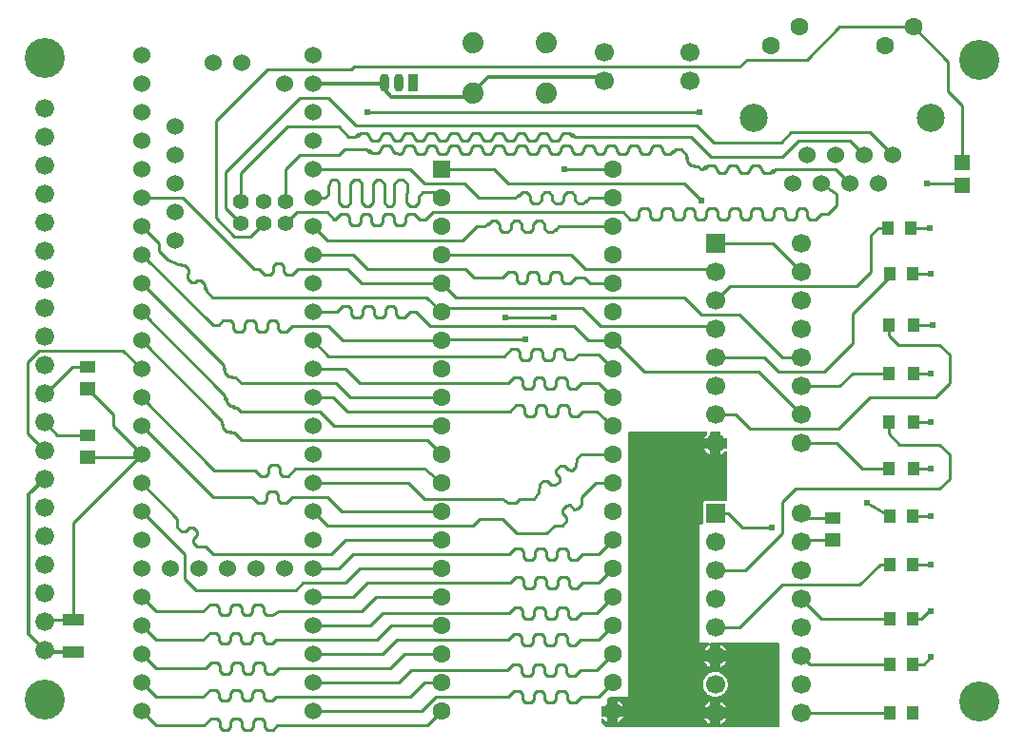
<source format=gtl>
G04 Layer: TopLayer*
G04 EasyEDA v6.5.40, 2024-02-01 00:24:09*
G04 faf3267638cc42b38ab6b6bb7f3975a6,cb1d8df9e4d043698efa6217e4288dd5,10*
G04 Gerber Generator version 0.2*
G04 Scale: 100 percent, Rotated: No, Reflected: No *
G04 Dimensions in millimeters *
G04 leading zeros omitted , absolute positions ,4 integer and 5 decimal *
%FSLAX45Y45*%
%MOMM*%

%AMMACRO1*21,1,$1,$2,0,0,$3*%
%ADD10C,0.2540*%
%ADD11C,0.2500*%
%ADD12C,0.3000*%
%ADD13MACRO1,1.377X1.1325X0.0000*%
%ADD14R,1.3770X1.1325*%
%ADD15MACRO1,1.35X1.41X0.0000*%
%ADD16R,1.3500X1.4100*%
%ADD17R,1.0000X1.2500*%
%ADD18R,1.8699X1.0300*%
%ADD19MACRO1,1.1X1.25X0.0000*%
%ADD20C,1.6764*%
%ADD21C,3.5560*%
%ADD22C,1.6002*%
%ADD23R,1.6002X1.6002*%
%ADD24C,1.6000*%
%ADD25C,1.5240*%
%ADD26C,2.5000*%
%ADD27C,1.7000*%
%ADD28O,0.8999982X1.5999968*%
%ADD29R,0.9000X1.6000*%
%ADD30R,1.7000X1.7000*%
%ADD31C,1.8796*%
%ADD32C,1.4000*%
%ADD33C,0.6100*%
%ADD34C,0.6500*%
%ADD35C,0.6200*%
%ADD36C,0.0166*%

%LPD*%
G36*
X5782716Y10617200D02*
G01*
X5778804Y10617962D01*
X5775502Y10620197D01*
X5743397Y10652302D01*
X5741162Y10655604D01*
X5740400Y10659516D01*
X5740400Y10685475D01*
X5741212Y10689488D01*
X5743549Y10692841D01*
X5747004Y10695025D01*
X5751017Y10695635D01*
X5754928Y10694670D01*
X5758180Y10692180D01*
X5767120Y10682020D01*
X5777534Y10672876D01*
X5789066Y10665206D01*
X5795670Y10661954D01*
X5795670Y10710519D01*
X5750560Y10710519D01*
X5746648Y10711332D01*
X5743397Y10713516D01*
X5741162Y10716818D01*
X5740400Y10720679D01*
X5740400Y10793069D01*
X5741162Y10796981D01*
X5743397Y10800283D01*
X5746648Y10802467D01*
X5750560Y10803229D01*
X5795670Y10803229D01*
X5795670Y10858754D01*
X5796432Y10862614D01*
X5798616Y10865916D01*
X5813602Y10880902D01*
X5816904Y10883138D01*
X5820816Y10883900D01*
X5980684Y10883900D01*
X5981700Y10884916D01*
X5981700Y13235940D01*
X5982462Y13239851D01*
X5984697Y13243102D01*
X5987948Y13245338D01*
X5991860Y13246100D01*
X6677355Y13246100D01*
X6681419Y13245236D01*
X6684772Y13242848D01*
X6686905Y13239292D01*
X6687464Y13235178D01*
X6686346Y13231215D01*
X6683654Y13228015D01*
X6681825Y13226542D01*
X6671970Y13216331D01*
X6663436Y13204951D01*
X6656882Y13193318D01*
X6707530Y13193318D01*
X6707530Y13235940D01*
X6708292Y13239851D01*
X6710527Y13243102D01*
X6713829Y13245338D01*
X6717690Y13246100D01*
X6795058Y13246100D01*
X6798970Y13245338D01*
X6802272Y13243102D01*
X6804456Y13239851D01*
X6805218Y13235940D01*
X6805218Y13193318D01*
X6847840Y13193318D01*
X6851751Y13192506D01*
X6855002Y13190321D01*
X6857238Y13187019D01*
X6858000Y13183158D01*
X6858000Y13105739D01*
X6857238Y13101878D01*
X6855002Y13098576D01*
X6851751Y13096392D01*
X6847840Y13095579D01*
X6805218Y13095579D01*
X6805218Y13045135D01*
X6813854Y13049605D01*
X6825538Y13057733D01*
X6836054Y13067284D01*
X6840118Y13072059D01*
X6843318Y13074599D01*
X6847281Y13075615D01*
X6851345Y13075005D01*
X6854850Y13072871D01*
X6857187Y13069519D01*
X6858000Y13065506D01*
X6858000Y12642494D01*
X6857136Y12638328D01*
X6854596Y12634925D01*
X6850938Y12632791D01*
X6846722Y12632385D01*
X6840829Y12633045D01*
X6671970Y12633045D01*
X6665620Y12632334D01*
X6660184Y12630454D01*
X6655257Y12627356D01*
X6651193Y12623241D01*
X6648094Y12618364D01*
X6646214Y12612878D01*
X6645503Y12606578D01*
X6645503Y12437719D01*
X6646164Y12431877D01*
X6645706Y12427661D01*
X6643624Y12424003D01*
X6640169Y12421463D01*
X6636054Y12420600D01*
X6617716Y12420600D01*
X6616700Y12419584D01*
X6616700Y11367516D01*
X6617716Y11366500D01*
X6695186Y11366500D01*
X6699453Y11365585D01*
X6702958Y11362944D01*
X6704990Y11359083D01*
X6705244Y11354714D01*
X6703618Y11350650D01*
X6700469Y11347653D01*
X6692950Y11343081D01*
X6681825Y11334242D01*
X6671970Y11324031D01*
X6663436Y11312652D01*
X6656882Y11301018D01*
X6707530Y11301018D01*
X6707530Y11356340D01*
X6708292Y11360251D01*
X6710527Y11363502D01*
X6713829Y11365738D01*
X6717690Y11366500D01*
X6795058Y11366500D01*
X6798970Y11365738D01*
X6802272Y11363502D01*
X6804456Y11360251D01*
X6805218Y11356340D01*
X6805218Y11301018D01*
X6855714Y11301018D01*
X6853021Y11306556D01*
X6845249Y11318494D01*
X6836054Y11329314D01*
X6825538Y11338864D01*
X6813854Y11346992D01*
X6809790Y11350244D01*
X6807911Y11354308D01*
X6808012Y11358778D01*
X6809994Y11362740D01*
X6813550Y11365534D01*
X6817868Y11366500D01*
X7317740Y11366500D01*
X7321651Y11365738D01*
X7324902Y11363502D01*
X7327138Y11360251D01*
X7327900Y11356340D01*
X7327900Y10627360D01*
X7327138Y10623448D01*
X7324902Y10620197D01*
X7321651Y10617962D01*
X7317740Y10617200D01*
G37*

%LPC*%
G36*
X6707530Y10644733D02*
G01*
X6707530Y10695279D01*
X6656882Y10695279D01*
X6663436Y10683646D01*
X6671970Y10672267D01*
X6681825Y10662056D01*
X6692950Y10653217D01*
X6705092Y10645851D01*
G37*
G36*
X6805218Y10644835D02*
G01*
X6813854Y10649305D01*
X6825538Y10657433D01*
X6836054Y10666984D01*
X6845249Y10677804D01*
X6853021Y10689742D01*
X6855714Y10695279D01*
X6805218Y10695279D01*
G37*
G36*
X5888380Y10661954D02*
G01*
X5894933Y10665206D01*
X5906465Y10672876D01*
X5916879Y10682020D01*
X5926023Y10692434D01*
X5933694Y10703966D01*
X5936945Y10710519D01*
X5888380Y10710519D01*
G37*
G36*
X6805218Y10793018D02*
G01*
X6855714Y10793018D01*
X6853021Y10798556D01*
X6845249Y10810494D01*
X6836054Y10821314D01*
X6825538Y10830864D01*
X6813854Y10838992D01*
X6805218Y10843463D01*
G37*
G36*
X6656882Y10793018D02*
G01*
X6707530Y10793018D01*
X6707530Y10843564D01*
X6705092Y10842447D01*
X6692950Y10835081D01*
X6681825Y10826242D01*
X6671970Y10816031D01*
X6663436Y10804652D01*
G37*
G36*
X5888380Y10803229D02*
G01*
X5936945Y10803229D01*
X5933694Y10809833D01*
X5926023Y10821365D01*
X5916879Y10831779D01*
X5906465Y10840923D01*
X5894933Y10848594D01*
X5888380Y10851845D01*
G37*
G36*
X6759956Y10887303D02*
G01*
X6774078Y10888675D01*
X6787946Y10891824D01*
X6801256Y10896752D01*
X6813854Y10903305D01*
X6825538Y10911433D01*
X6836054Y10920984D01*
X6845249Y10931804D01*
X6853021Y10943742D01*
X6859168Y10956544D01*
X6863638Y10970006D01*
X6866381Y10983976D01*
X6867296Y10998149D01*
X6866381Y11012322D01*
X6863638Y11026292D01*
X6859168Y11039754D01*
X6853021Y11052556D01*
X6845249Y11064494D01*
X6836054Y11075314D01*
X6825538Y11084864D01*
X6813854Y11092992D01*
X6801256Y11099546D01*
X6787946Y11104473D01*
X6774078Y11107623D01*
X6759956Y11108994D01*
X6745731Y11108537D01*
X6731711Y11106251D01*
X6718096Y11102187D01*
X6705092Y11096447D01*
X6692950Y11089081D01*
X6681825Y11080242D01*
X6671970Y11070031D01*
X6663436Y11058652D01*
X6656476Y11046256D01*
X6651142Y11033099D01*
X6647535Y11019332D01*
X6645757Y11005261D01*
X6645757Y10991037D01*
X6647535Y10976965D01*
X6651142Y10963198D01*
X6656476Y10950041D01*
X6663436Y10937646D01*
X6671970Y10926267D01*
X6681825Y10916056D01*
X6692950Y10907217D01*
X6705092Y10899851D01*
X6718096Y10894060D01*
X6731711Y10890046D01*
X6745731Y10887760D01*
G37*
G36*
X6707530Y11152733D02*
G01*
X6707530Y11203279D01*
X6656882Y11203279D01*
X6663436Y11191646D01*
X6671970Y11180267D01*
X6681825Y11170056D01*
X6692950Y11161217D01*
X6705092Y11153851D01*
G37*
G36*
X6805218Y11152835D02*
G01*
X6813854Y11157305D01*
X6825538Y11165433D01*
X6836054Y11174984D01*
X6845249Y11185804D01*
X6853021Y11197742D01*
X6855714Y11203279D01*
X6805218Y11203279D01*
G37*
G36*
X6707530Y13045033D02*
G01*
X6707530Y13095579D01*
X6656882Y13095579D01*
X6663436Y13083946D01*
X6671970Y13072567D01*
X6681825Y13062356D01*
X6692950Y13053517D01*
X6705092Y13046151D01*
G37*

%LPD*%
D10*
X8636000Y15455900D02*
G01*
X8942400Y15455900D01*
X8953500Y15444800D01*
X2735072Y15101824D02*
G01*
X2619756Y14986507D01*
X2475991Y14986507D01*
X2311400Y15151100D01*
X2311400Y16014700D01*
X2768600Y16471900D01*
X3517900Y16471900D01*
X3543300Y16497300D01*
X6972300Y16497300D01*
X7035800Y16560800D01*
X7569200Y16560800D01*
X7861300Y16852900D01*
X8519159Y16852900D01*
D11*
X6629400Y15303500D02*
G01*
X6477000Y15455900D01*
X4912108Y15455900D01*
X4785108Y15582900D01*
X4318000Y15582900D01*
D10*
X2534920Y15301976D02*
G01*
X2534920Y15552420D01*
X2946400Y15963900D01*
X3403600Y15963900D01*
X3492500Y15875000D01*
X3552443Y15875000D01*
X3577843Y15900400D01*
X3577843Y15884652D01*
X3603243Y15910052D01*
X3652520Y15910052D01*
X3677920Y15884652D01*
X3677920Y15865347D01*
X3703320Y15839947D01*
X3752595Y15839947D01*
X3777995Y15865347D01*
X3777995Y15884652D01*
X3803395Y15910052D01*
X3852418Y15910052D01*
X3877818Y15884652D01*
X3877818Y15865347D01*
X3903218Y15839947D01*
X3952493Y15839947D01*
X3977893Y15865347D01*
X3977893Y15884652D01*
X4003293Y15910052D01*
X4052570Y15910052D01*
X4077970Y15884652D01*
X4077970Y15865347D01*
X4103370Y15839947D01*
X4152645Y15839947D01*
X4178045Y15865347D01*
X4178045Y15884652D01*
X4203445Y15910052D01*
X4252468Y15910052D01*
X4277868Y15884652D01*
X4277868Y15865347D01*
X4303268Y15839947D01*
X4352543Y15839947D01*
X4377943Y15865347D01*
X4377943Y15884652D01*
X4403343Y15910052D01*
X4452620Y15910052D01*
X4478020Y15884652D01*
X4478020Y15865347D01*
X4503420Y15839947D01*
X4552441Y15839947D01*
X4577841Y15865347D01*
X4577841Y15884652D01*
X4603241Y15910052D01*
X4652518Y15910052D01*
X4677918Y15884652D01*
X4677918Y15865347D01*
X4703318Y15839947D01*
X4752593Y15839947D01*
X4777993Y15865347D01*
X4777993Y15884652D01*
X4803393Y15910052D01*
X4852415Y15910052D01*
X4877815Y15884652D01*
X4877815Y15865347D01*
X4903215Y15839947D01*
X4952491Y15839947D01*
X4977891Y15865347D01*
X4977891Y15884652D01*
X5003291Y15910052D01*
X5052568Y15910052D01*
X5077968Y15884652D01*
X5077968Y15865347D01*
X5103368Y15839947D01*
X5152643Y15839947D01*
X5178043Y15865347D01*
X5178043Y15884652D01*
X5203443Y15910052D01*
X5252465Y15910052D01*
X5277865Y15884652D01*
X5277865Y15865347D01*
X5303265Y15839947D01*
X5352541Y15839947D01*
X5377941Y15865347D01*
X5377941Y15884652D01*
X5403341Y15910052D01*
X5452618Y15910052D01*
X5478018Y15884652D01*
X5478018Y15900400D01*
X5503418Y15875000D01*
X6540500Y15875000D01*
X6718300Y15697200D01*
X7353300Y15697200D01*
X7493000Y15836900D01*
X7950200Y15836900D01*
X8077200Y15709900D01*
X2534920Y15101824D02*
G01*
X2400300Y15236444D01*
X2400300Y15557500D01*
X3060700Y16217900D01*
X3314700Y16217900D01*
X3556000Y15976600D01*
X6591300Y15976600D01*
X6743700Y15824200D01*
X7340600Y15824200D01*
X7429500Y15913100D01*
X8128000Y15913100D01*
X8331200Y15709900D01*
D12*
X4602759Y16271900D02*
G01*
X4734636Y16403777D01*
X5732322Y16403777D01*
X5765800Y16370300D01*
X3810000Y16344900D02*
G01*
X3810000Y16294100D01*
X3872738Y16231362D01*
X4562347Y16231362D01*
X4602734Y16272002D01*
D10*
X3657600Y16090900D02*
G01*
X6616700Y16090900D01*
X4318000Y14058900D02*
G01*
X4330700Y14071600D01*
X5067300Y14071600D01*
X6756400Y14160500D02*
G01*
X6727697Y14189202D01*
X5737097Y14189202D01*
X5575300Y14351000D01*
X4318000Y14351000D01*
X4318000Y14312900D01*
X4889500Y14262100D02*
G01*
X5321300Y14262100D01*
D12*
X787400Y12827000D02*
G01*
X647700Y12687300D01*
X647700Y11442700D01*
X787400Y11303000D01*
D10*
X1041400Y11572011D02*
G01*
X792025Y11572011D01*
X787400Y11567386D01*
X7518400Y12268149D02*
G01*
X7532750Y12282500D01*
X7797800Y12282500D01*
X7518400Y12522149D02*
G01*
X7558049Y12482499D01*
X7797800Y12482499D01*
X6756400Y12014200D02*
G01*
X7023100Y12014200D01*
X7353300Y12344400D01*
X7353300Y12623800D01*
X7467600Y12738100D01*
X8750300Y12738100D01*
X8839200Y12827000D01*
X8839200Y13042900D01*
X8750300Y13131800D01*
X8394700Y13131800D01*
X8297418Y13229081D01*
X8297418Y13335000D01*
X6756400Y13906500D02*
G01*
X7188200Y13906500D01*
X7315200Y13779500D01*
X7721600Y13779500D01*
X7975600Y14033500D01*
X7975600Y14300200D01*
X8305800Y14630400D01*
X8305800Y14655800D01*
D11*
X4318000Y12788900D02*
G01*
X4165600Y12915900D01*
X3020568Y12915900D01*
X2957829Y12853162D01*
X2908554Y12853162D01*
X2883154Y12878562D01*
X2883154Y12927837D01*
X2857754Y12953237D01*
X2808731Y12953237D01*
X2783331Y12927837D01*
X2783331Y12878562D01*
X2757931Y12853162D01*
X2708656Y12853162D01*
X2657856Y12903200D01*
X2298700Y12903200D01*
X1651000Y13550900D01*
D10*
X1651000Y13042900D02*
G01*
X1397000Y13296900D01*
X1397000Y13400024D01*
X1168400Y13628624D01*
X1168400Y13828776D02*
G01*
X1039876Y13828776D01*
X800100Y13589000D01*
X787400Y13589000D01*
X1168400Y13219099D02*
G01*
X903300Y13219099D01*
X787400Y13335000D01*
X8305800Y11582400D02*
G01*
X7696149Y11582400D01*
X7518400Y11760149D01*
X8305800Y10744200D02*
G01*
X7518450Y10744200D01*
X7518400Y10744149D01*
X8305800Y11176000D02*
G01*
X7594549Y11176000D01*
X7518400Y11252149D01*
X8674100Y12915900D02*
G01*
X8595431Y12915900D01*
X8595408Y12915874D01*
X8517483Y12915874D02*
G01*
X8595410Y12915874D01*
X6756400Y11506200D02*
G01*
X6972300Y11506200D01*
X7349997Y11883897D01*
X8041640Y11883897D01*
X8222995Y12065000D01*
X6756400Y13398500D02*
G01*
X6934200Y13398500D01*
X7061200Y13271500D01*
X7848600Y13271500D01*
X8128000Y13550900D01*
X8712200Y13550900D01*
X8839200Y13677900D01*
X8839200Y13931900D01*
X8750300Y14020800D01*
X8382000Y14020800D01*
X8297418Y14105381D01*
X8297418Y14198600D01*
X8305800Y12065000D02*
G01*
X8222894Y12065000D01*
X8509000Y12496800D02*
G01*
X8674100Y12496800D01*
X8509000Y12065000D02*
G01*
X8674100Y12065000D01*
X5410200Y15582900D02*
G01*
X5842000Y15582900D01*
X5842000Y14058900D02*
G01*
X5626100Y14058900D01*
X5499100Y14185900D01*
X4216400Y14185900D01*
X4089400Y14312900D01*
X4044188Y14312900D01*
X3993388Y14262862D01*
X3944111Y14262862D01*
X3918711Y14288262D01*
X3918711Y14337537D01*
X3893311Y14362937D01*
X3844036Y14362937D01*
X3818636Y14337537D01*
X3818636Y14288262D01*
X3793236Y14262862D01*
X3743959Y14262862D01*
X3718559Y14288262D01*
X3718559Y14337537D01*
X3693159Y14362937D01*
X3644138Y14362937D01*
X3618738Y14337537D01*
X3618738Y14288262D01*
X3593338Y14262862D01*
X3544061Y14262862D01*
X3518661Y14288262D01*
X3518661Y14337537D01*
X3493261Y14362937D01*
X3443986Y14362937D01*
X3393186Y14312900D01*
X3175000Y14312900D01*
X7518400Y13398449D02*
G01*
X7137400Y13779449D01*
X6121450Y13779449D01*
X5842000Y14058900D01*
D11*
X3175000Y15328900D02*
G01*
X3280409Y15328900D01*
X3310381Y15358871D01*
X3314700Y15430500D01*
X3340100Y15494000D01*
X3390900Y15494000D01*
X3410458Y15461742D01*
X3410458Y15289021D01*
X3440429Y15258795D01*
X3480308Y15258795D01*
X3505200Y15290800D01*
X3505200Y15455900D01*
X3543300Y15494000D01*
X3581400Y15494000D01*
X3606800Y15455900D01*
X3610356Y15289021D01*
X3640327Y15258795D01*
X3680459Y15258795D01*
X3710431Y15289021D01*
X3708400Y15455900D01*
X3746500Y15494000D01*
X3771900Y15494000D01*
X3810000Y15455900D01*
X3810508Y15289021D01*
X3840479Y15258795D01*
X3880358Y15258795D01*
X3898900Y15290800D01*
X3898900Y15455900D01*
X3937000Y15494000D01*
X3975100Y15494000D01*
X4013200Y15455900D01*
X4010406Y15289021D01*
X4040377Y15258795D01*
X4080509Y15258795D01*
X4114800Y15290800D01*
X4114800Y15341600D01*
X4152900Y15379700D01*
X4241800Y15379700D01*
X4318000Y15328900D01*
D10*
X2934970Y15301976D02*
G01*
X2933700Y15582900D01*
X3060700Y15709900D01*
X3403600Y15709900D01*
X3454400Y15760700D01*
X3656075Y15760700D01*
X3681475Y15735300D01*
X3681475Y15751047D01*
X3706875Y15725647D01*
X3756152Y15725647D01*
X3781552Y15751047D01*
X3781552Y15770097D01*
X3806952Y15795497D01*
X3855974Y15795497D01*
X3881374Y15770097D01*
X3881374Y15751047D01*
X3906774Y15725647D01*
X3956050Y15725394D01*
X3981450Y15750794D01*
X3981450Y15770097D01*
X4006850Y15795497D01*
X4056125Y15795497D01*
X4081525Y15770097D01*
X4081525Y15750794D01*
X4106925Y15725394D01*
X4156202Y15725394D01*
X4181602Y15750794D01*
X4181602Y15770097D01*
X4207002Y15795497D01*
X4256024Y15795497D01*
X4281424Y15770097D01*
X4281424Y15750794D01*
X4306824Y15725394D01*
X4356100Y15725394D01*
X4381500Y15750794D01*
X4381500Y15770097D01*
X4406900Y15795244D01*
X4456175Y15795244D01*
X4481575Y15769844D01*
X4481575Y15750794D01*
X4506975Y15725394D01*
X4555997Y15725394D01*
X4581397Y15750794D01*
X4581397Y15769844D01*
X4606797Y15795244D01*
X4656074Y15795244D01*
X4681474Y15769844D01*
X4681474Y15750794D01*
X4706874Y15725139D01*
X4756150Y15725139D01*
X4781550Y15750539D01*
X4781550Y15769844D01*
X4806950Y15795244D01*
X4856225Y15795244D01*
X4881372Y15769844D01*
X4881372Y15750539D01*
X4906772Y15725139D01*
X4956047Y15725139D01*
X4981447Y15750539D01*
X4981447Y15769844D01*
X5006847Y15795244D01*
X5056124Y15795244D01*
X5081524Y15769844D01*
X5081524Y15750539D01*
X5106924Y15725139D01*
X5156200Y15725139D01*
X5181600Y15750539D01*
X5181600Y15769589D01*
X5207000Y15794989D01*
X5256022Y15794989D01*
X5281422Y15769589D01*
X5281422Y15750539D01*
X5306822Y15725139D01*
X5356097Y15725139D01*
X5381497Y15750539D01*
X5381497Y15769589D01*
X5406897Y15794989D01*
X5456174Y15794989D01*
X5481574Y15769589D01*
X5481574Y15750286D01*
X5506974Y15724886D01*
X5555995Y15724886D01*
X5581395Y15750286D01*
X5581395Y15769589D01*
X5606795Y15794989D01*
X5656072Y15794989D01*
X5681472Y15769589D01*
X5681472Y15750286D01*
X5706872Y15724886D01*
X5756147Y15724886D01*
X5781547Y15750286D01*
X5781547Y15769589D01*
X5806947Y15794989D01*
X5856224Y15794989D01*
X5881370Y15769589D01*
X5881370Y15750286D01*
X5906770Y15724886D01*
X5956045Y15724886D01*
X5981445Y15750286D01*
X5981445Y15769336D01*
X6006845Y15794736D01*
X6056122Y15794736D01*
X6081522Y15769336D01*
X6081522Y15750286D01*
X6106922Y15724886D01*
X6156197Y15724886D01*
X6181597Y15750286D01*
X6181597Y15769336D01*
X6206997Y15794736D01*
X6256020Y15794736D01*
X6281420Y15769336D01*
X6281420Y15750031D01*
X6306820Y15724631D01*
X6356095Y15724631D01*
X6381495Y15750031D01*
X6381495Y15734284D01*
X6406895Y15759684D01*
X6452615Y15759684D01*
X6495288Y15717012D01*
X6495288Y15681197D01*
X6506463Y15692374D01*
X6506463Y15656560D01*
X6541261Y15621507D01*
X6577075Y15621507D01*
X6565900Y15610331D01*
X6601968Y15610331D01*
X6629400Y15582900D01*
X6638797Y15582900D01*
X6664197Y15608300D01*
X6664197Y15592552D01*
X6689597Y15617952D01*
X6738620Y15617952D01*
X6764020Y15592552D01*
X6764020Y15573247D01*
X6789420Y15547847D01*
X6838695Y15547847D01*
X6864095Y15573247D01*
X6864095Y15592552D01*
X6889495Y15617952D01*
X6938772Y15617952D01*
X6964172Y15592552D01*
X6964172Y15573247D01*
X6989572Y15547847D01*
X7038847Y15547847D01*
X7064247Y15573247D01*
X7064247Y15592552D01*
X7089647Y15617952D01*
X7138670Y15617952D01*
X7164070Y15592552D01*
X7164070Y15573247D01*
X7189470Y15547847D01*
X7238745Y15547847D01*
X7264145Y15573247D01*
X7264145Y15557500D01*
X7289545Y15582900D01*
X7823200Y15582900D01*
X7950200Y15455900D01*
D11*
X7696200Y15455900D02*
G01*
X7835900Y15367000D01*
X7835900Y15265400D01*
X7759700Y15189200D01*
X7701788Y15189200D01*
X7650988Y15139162D01*
X7601711Y15139162D01*
X7576311Y15164562D01*
X7576311Y15213837D01*
X7550911Y15239237D01*
X7501636Y15239237D01*
X7476236Y15213837D01*
X7476236Y15164562D01*
X7450836Y15139162D01*
X7401813Y15139162D01*
X7376413Y15164562D01*
X7376413Y15213837D01*
X7351013Y15239237D01*
X7301738Y15239237D01*
X7276338Y15213837D01*
X7276338Y15164562D01*
X7250938Y15139162D01*
X7201661Y15139162D01*
X7176261Y15164562D01*
X7176261Y15213837D01*
X7150861Y15239237D01*
X7101840Y15239237D01*
X7076440Y15213837D01*
X7076440Y15164562D01*
X7051040Y15139162D01*
X7001763Y15139162D01*
X6976363Y15164562D01*
X6976363Y15213837D01*
X6950963Y15239237D01*
X6901688Y15239237D01*
X6876288Y15213837D01*
X6876288Y15164562D01*
X6850888Y15139162D01*
X6801865Y15139162D01*
X6776465Y15164562D01*
X6776465Y15213837D01*
X6751065Y15239237D01*
X6701790Y15239237D01*
X6676390Y15213837D01*
X6676390Y15164562D01*
X6650990Y15139162D01*
X6601713Y15139162D01*
X6576313Y15164562D01*
X6576313Y15213837D01*
X6550913Y15239237D01*
X6501638Y15239237D01*
X6476238Y15213837D01*
X6476238Y15164562D01*
X6450838Y15139162D01*
X6401815Y15139162D01*
X6376415Y15164562D01*
X6376415Y15213837D01*
X6351015Y15239237D01*
X6301740Y15239237D01*
X6276340Y15213837D01*
X6276340Y15164562D01*
X6250940Y15139162D01*
X6201663Y15139162D01*
X6176263Y15164562D01*
X6176263Y15213837D01*
X6150863Y15239237D01*
X6101841Y15239237D01*
X6076441Y15213837D01*
X6076441Y15164562D01*
X6051041Y15139162D01*
X6001765Y15139162D01*
X5939027Y15201900D01*
X4241800Y15201900D01*
X4178300Y15138400D01*
X4123943Y15138400D01*
X4073143Y15188437D01*
X4023868Y15188437D01*
X3998468Y15163037D01*
X3998468Y15113762D01*
X3973068Y15088362D01*
X3924045Y15088362D01*
X3898645Y15113762D01*
X3898645Y15163037D01*
X3873245Y15188437D01*
X3823970Y15188437D01*
X3798570Y15163037D01*
X3798570Y15113762D01*
X3773170Y15088362D01*
X3723893Y15088362D01*
X3698493Y15113762D01*
X3698493Y15163037D01*
X3673093Y15188437D01*
X3623818Y15188437D01*
X3598418Y15163037D01*
X3598418Y15113762D01*
X3573018Y15088362D01*
X3523995Y15088362D01*
X3498595Y15113762D01*
X3498595Y15163037D01*
X3473195Y15188437D01*
X3423920Y15188437D01*
X3373120Y15138400D01*
X3365500Y15138400D01*
X3302000Y15201900D01*
X3035045Y15201900D01*
X2934970Y15101824D01*
D10*
X3175000Y15582900D02*
G01*
X4038600Y15582900D01*
X4165600Y15455900D01*
X4521200Y15455900D01*
X4648200Y15328900D01*
X4976875Y15328900D01*
X5007102Y15358871D01*
X5007102Y15348966D01*
X5037074Y15378937D01*
X5076952Y15378937D01*
X5106924Y15348966D01*
X5106924Y15308834D01*
X5136895Y15278862D01*
X5177027Y15278862D01*
X5207000Y15308834D01*
X5207000Y15348966D01*
X5236972Y15378937D01*
X5276850Y15378937D01*
X5307075Y15348966D01*
X5307075Y15308834D01*
X5337047Y15278862D01*
X5376925Y15278862D01*
X5406897Y15308834D01*
X5406897Y15348966D01*
X5436870Y15378937D01*
X5477002Y15378937D01*
X5506974Y15348966D01*
X5506974Y15308834D01*
X5536945Y15278862D01*
X5577077Y15278862D01*
X5607050Y15308834D01*
X5607050Y15298928D01*
X5637022Y15328900D01*
X5842000Y15328900D01*
X3175000Y15328900D02*
G01*
X3280409Y15328900D01*
X3310381Y15358871D01*
X3314700Y15430500D01*
X3340100Y15494000D01*
X3390900Y15494000D01*
X3410458Y15461742D01*
X3410458Y15289021D01*
X3440429Y15258795D01*
X3480308Y15258795D01*
X3505200Y15290800D01*
X3505200Y15455900D01*
X3543300Y15494000D01*
X3581400Y15494000D01*
X3606800Y15455900D01*
X3610356Y15289021D01*
X3640327Y15258795D01*
X3680459Y15258795D01*
X3710431Y15289021D01*
X3708400Y15455900D01*
X3746500Y15494000D01*
X3771900Y15494000D01*
X3810000Y15455900D01*
X3810508Y15289021D01*
X3840479Y15258795D01*
X3880358Y15258795D01*
X3898900Y15290800D01*
X3898900Y15455900D01*
X3937000Y15494000D01*
X3975100Y15494000D01*
X4013200Y15455900D01*
X4010406Y15289021D01*
X4040377Y15258795D01*
X4080509Y15258795D01*
X4114800Y15290800D01*
X4114800Y15341600D01*
X4152900Y15379700D01*
X4241800Y15379700D01*
X4318000Y15328900D01*
X5842000Y15074900D02*
G01*
X5366258Y15074900D01*
X5336286Y15044928D01*
X5336286Y15054834D01*
X5306059Y15024862D01*
X5266181Y15024862D01*
X5236209Y15054834D01*
X5236209Y15094966D01*
X5206238Y15124937D01*
X5166106Y15124937D01*
X5136134Y15094966D01*
X5136134Y15054834D01*
X5106161Y15024862D01*
X5066284Y15024862D01*
X5036058Y15054834D01*
X5036058Y15094966D01*
X5006086Y15124937D01*
X4966208Y15124937D01*
X4936236Y15094966D01*
X4936236Y15054834D01*
X4906263Y15024862D01*
X4866131Y15024862D01*
X4836159Y15054834D01*
X4836159Y15094966D01*
X4806188Y15124937D01*
X4766309Y15124937D01*
X4736084Y15094966D01*
X4736084Y15104871D01*
X4706111Y15074900D01*
X4635500Y15074900D01*
X4508500Y14947900D01*
X3302000Y14947900D01*
X3175000Y15074900D01*
X1651000Y15328900D02*
G01*
X2019300Y15328900D01*
X2654300Y14693900D01*
X2693670Y14693900D01*
X2744470Y14643862D01*
X2793491Y14643862D01*
X2818891Y14669262D01*
X2818891Y14718537D01*
X2844291Y14743937D01*
X2893568Y14743937D01*
X2918968Y14718537D01*
X2918968Y14669262D01*
X2944368Y14643862D01*
X2993643Y14643862D01*
X3044443Y14693900D01*
X3479800Y14693900D01*
X3606800Y14566900D01*
X4318000Y14566900D01*
X4318000Y14312900D02*
G01*
X4188713Y14442186D01*
X2283713Y14442186D01*
X2225802Y14498066D01*
X2225293Y14533879D01*
X2214118Y14522450D01*
X2213609Y14558518D01*
X2178050Y14592554D01*
X2142236Y14592045D01*
X2128774Y14578076D01*
X2092959Y14577568D01*
X2057654Y14611604D01*
X2056891Y14647418D01*
X2070100Y14661387D01*
X2069591Y14697202D01*
X2034031Y14731492D01*
X1998218Y14730729D01*
X2009140Y14742160D01*
X1973325Y14741397D01*
X1879600Y14782800D01*
X1803400Y14859000D01*
X1803400Y14922500D01*
X1651000Y15074900D01*
X7518400Y13906500D02*
G01*
X7353300Y13906500D01*
X6972300Y14287500D01*
X6629400Y14287500D01*
X6477000Y14439900D01*
X4445000Y14439900D01*
X4318000Y14566900D01*
D11*
X4318000Y14820900D02*
G01*
X5473700Y14820900D01*
X5600700Y14693900D01*
X6756400Y14693900D01*
X6756400Y14668500D01*
D10*
X8519195Y16852900D02*
G01*
X8826500Y16545595D01*
X8826500Y16281400D01*
X8953500Y16154400D01*
X8953500Y15644799D01*
D12*
X1041400Y11287988D02*
G01*
X802411Y11287988D01*
X787400Y11303000D01*
D10*
X787400Y13081000D02*
G01*
X635000Y13233400D01*
X635000Y13868400D01*
X736600Y13970000D01*
X1485900Y13970000D01*
X1651000Y13804900D01*
X1651000Y13042900D02*
G01*
X1627200Y13019100D01*
X1168400Y13019100D01*
X8496300Y15062200D02*
G01*
X8661400Y15062200D01*
X8674100Y13766800D02*
G01*
X8674087Y13766787D01*
X8517409Y13766787D01*
X8305800Y12496800D02*
G01*
X8108701Y12611100D01*
X8102600Y12611100D01*
X6756400Y14414500D02*
G01*
X6883400Y14541500D01*
X8013700Y14541500D01*
X8140700Y14668500D01*
X8140700Y14998700D01*
X8204200Y15062200D01*
X8293100Y15062200D01*
X3175000Y14820900D02*
G01*
X3530600Y14820900D01*
X3657600Y14693900D01*
X4533900Y14693900D01*
X4610100Y14617700D01*
X4862068Y14617700D01*
X4912868Y14667737D01*
X4962143Y14667737D01*
X4987543Y14642337D01*
X4987543Y14593062D01*
X5012943Y14567662D01*
X5061965Y14567662D01*
X5087365Y14593062D01*
X5087365Y14642337D01*
X5112765Y14667737D01*
X5162041Y14667737D01*
X5187441Y14642337D01*
X5187441Y14593062D01*
X5212841Y14567662D01*
X5262118Y14567662D01*
X5287518Y14593062D01*
X5287518Y14642337D01*
X5312918Y14667737D01*
X5361940Y14667737D01*
X5387340Y14642337D01*
X5387340Y14593062D01*
X5412740Y14567662D01*
X5462015Y14567662D01*
X5512815Y14617700D01*
X5588000Y14617700D01*
X5638800Y14566900D01*
X5842000Y14566900D01*
X1651000Y14820900D02*
G01*
X2286000Y14198600D01*
X2336800Y14198600D01*
X2374900Y14236700D01*
X2442463Y14235937D01*
X2467863Y14210537D01*
X2467863Y14161262D01*
X2493263Y14135862D01*
X2542540Y14135862D01*
X2567940Y14161262D01*
X2567940Y14210537D01*
X2593340Y14235937D01*
X2642615Y14235937D01*
X2668015Y14210537D01*
X2668015Y14161262D01*
X2693415Y14135862D01*
X2742691Y14135862D01*
X2768091Y14161262D01*
X2768091Y14210537D01*
X2793491Y14235937D01*
X2842513Y14235937D01*
X2867913Y14210537D01*
X2867913Y14161262D01*
X2893313Y14135862D01*
X2942590Y14135862D01*
X2993390Y14185900D01*
X3314700Y14185900D01*
X3441700Y14058900D01*
X4318000Y14058900D01*
D11*
X3175000Y14058900D02*
G01*
X3314700Y13919200D01*
X4880102Y13919200D01*
X4942586Y13981937D01*
X4991861Y13981937D01*
X5017261Y13956537D01*
X5017261Y13907262D01*
X5042661Y13881862D01*
X5091938Y13881862D01*
X5117338Y13907262D01*
X5117338Y13956537D01*
X5142738Y13981937D01*
X5191759Y13981937D01*
X5217159Y13956537D01*
X5217159Y13907262D01*
X5242559Y13881862D01*
X5291836Y13881862D01*
X5317236Y13907262D01*
X5317236Y13956537D01*
X5342636Y13981937D01*
X5391911Y13981937D01*
X5417311Y13956537D01*
X5417311Y13907262D01*
X5435600Y13893800D01*
X5486400Y13893800D01*
X5542788Y13931900D01*
X5715000Y13931900D01*
X5842000Y13804900D01*
X5842000Y13550900D02*
G01*
X5715000Y13677900D01*
X5563870Y13677900D01*
X5513070Y13627862D01*
X5463793Y13627862D01*
X5438393Y13653262D01*
X5438393Y13702537D01*
X5412993Y13727937D01*
X5363972Y13727937D01*
X5338572Y13702537D01*
X5338572Y13653262D01*
X5313172Y13627862D01*
X5263895Y13627862D01*
X5238495Y13653262D01*
X5238495Y13702537D01*
X5213095Y13727937D01*
X5163820Y13727937D01*
X5138420Y13702537D01*
X5138420Y13653262D01*
X5113020Y13627862D01*
X5063997Y13627862D01*
X5038597Y13653262D01*
X5038597Y13702537D01*
X5013197Y13727937D01*
X4963922Y13727937D01*
X4913122Y13677900D01*
X3594100Y13677900D01*
X3467100Y13804900D01*
X3175000Y13804900D01*
X1651000Y14566900D02*
G01*
X2379979Y13837920D01*
X2379979Y13801852D01*
X2391156Y13813028D01*
X2391156Y13777213D01*
X2425954Y13742416D01*
X2462022Y13742416D01*
X2450845Y13731239D01*
X2486659Y13731239D01*
X2540761Y13677137D01*
X3378200Y13677900D01*
X3505200Y13550900D01*
X4318000Y13550900D01*
X3175000Y13550900D02*
G01*
X3352800Y13550900D01*
X3479800Y13423900D01*
X4927600Y13423900D01*
X4981447Y13486637D01*
X5030724Y13486637D01*
X5056124Y13461237D01*
X5056124Y13411962D01*
X5081524Y13386562D01*
X5130545Y13386562D01*
X5155945Y13411962D01*
X5155945Y13461237D01*
X5181345Y13486637D01*
X5230622Y13486637D01*
X5256022Y13461237D01*
X5256022Y13411962D01*
X5281422Y13386562D01*
X5330697Y13386562D01*
X5356097Y13411962D01*
X5356097Y13461237D01*
X5381497Y13486637D01*
X5430520Y13486637D01*
X5455920Y13461237D01*
X5455920Y13411962D01*
X5481320Y13386562D01*
X5530595Y13386562D01*
X5575300Y13423900D01*
X5702300Y13423900D01*
X5842000Y13296900D01*
X1651000Y14312900D02*
G01*
X2394458Y13569695D01*
X2394458Y13533628D01*
X2405634Y13544804D01*
X2405634Y13508989D01*
X2440177Y13474192D01*
X2476245Y13474192D01*
X2465070Y13463016D01*
X2500884Y13463016D01*
X2537459Y13426439D01*
X3233674Y13426439D01*
X3363213Y13296900D01*
X4318000Y13296900D01*
X1651000Y14058900D02*
G01*
X2365502Y13344397D01*
X2365502Y13308329D01*
X2376677Y13319505D01*
X2376677Y13283692D01*
X2411475Y13248894D01*
X2447543Y13248894D01*
X2436368Y13237718D01*
X2472181Y13237718D01*
X2540000Y13169900D01*
X4191000Y13169900D01*
X4318000Y13042900D01*
X5842000Y13042900D02*
G01*
X5562600Y13042900D01*
X5522975Y13007847D01*
X5518150Y12936728D01*
X5481320Y12904215D01*
X5445506Y12906247D01*
X5412993Y12943078D01*
X5376925Y12945363D01*
X5340350Y12912597D01*
X5338063Y12876784D01*
X5370575Y12839954D01*
X5368543Y12804139D01*
X5331713Y12771628D01*
X5295900Y12773660D01*
X5263134Y12810489D01*
X5227320Y12812776D01*
X5190490Y12780010D01*
X5185663Y12708889D01*
X5143500Y12649200D01*
X5017770Y12649200D01*
X4978400Y12611100D01*
X4914900Y12611100D01*
X4866893Y12649200D01*
X4165600Y12649200D01*
X4025900Y12788900D01*
X3175000Y12788900D01*
X4318000Y12534900D02*
G01*
X3429000Y12534900D01*
X3302000Y12661900D01*
X2990850Y12661900D01*
X2940050Y12611862D01*
X2890774Y12611862D01*
X2865374Y12637262D01*
X2865374Y12686537D01*
X2839974Y12711937D01*
X2790952Y12711937D01*
X2765552Y12686537D01*
X2765552Y12637262D01*
X2740152Y12611862D01*
X2690875Y12611862D01*
X2640075Y12661900D01*
X2286000Y12661900D01*
X1651000Y13296900D01*
X5842000Y12788900D02*
G01*
X5689600Y12788900D01*
X5569965Y12665963D01*
X5569965Y12594589D01*
X5535929Y12559284D01*
X5500115Y12558776D01*
X5464809Y12593065D01*
X5428741Y12592558D01*
X5394452Y12557252D01*
X5394959Y12521437D01*
X5430265Y12487147D01*
X5430774Y12451334D01*
X5396484Y12414758D01*
X5325109Y12414758D01*
X5254752Y12344400D01*
X4991100Y12344400D01*
X4864100Y12471400D01*
X4660900Y12471400D01*
X4597400Y12407900D01*
X3302000Y12407900D01*
X3175000Y12534900D01*
X4318000Y12280900D02*
G01*
X3467100Y12280900D01*
X3340100Y12153900D01*
X2286000Y12153900D01*
X2219452Y12220955D01*
X2148331Y12220955D01*
X2113534Y12255754D01*
X2113534Y12291821D01*
X2148331Y12326365D01*
X2148331Y12362434D01*
X2113534Y12397231D01*
X2077465Y12397231D01*
X2042668Y12362434D01*
X2006854Y12362434D01*
X1971547Y12397231D01*
X1971547Y12468352D01*
X1651000Y12788900D01*
X3175000Y12026900D02*
G01*
X3403600Y12026900D01*
X3530600Y12153900D01*
X4923536Y12153900D01*
X4974336Y12203937D01*
X5023611Y12203937D01*
X5049011Y12178537D01*
X5049011Y12129262D01*
X5074411Y12103862D01*
X5123688Y12103862D01*
X5149088Y12129262D01*
X5149088Y12178537D01*
X5174488Y12203937D01*
X5223509Y12203937D01*
X5248909Y12178537D01*
X5248909Y12129262D01*
X5274309Y12103862D01*
X5323586Y12103862D01*
X5348986Y12129262D01*
X5348986Y12178537D01*
X5374386Y12203937D01*
X5423661Y12203937D01*
X5449061Y12178537D01*
X5449061Y12129262D01*
X5474461Y12103862D01*
X5523738Y12103862D01*
X5574538Y12153900D01*
X5715000Y12153900D01*
X5842000Y12280900D01*
X1651000Y12534900D02*
G01*
X2032000Y12153900D01*
X2032000Y11938000D01*
X2133600Y11836400D01*
X3022600Y11836400D01*
X3086100Y11899900D01*
X3467100Y11899900D01*
X3594100Y12026900D01*
X4318000Y12026900D01*
X3175000Y11772900D02*
G01*
X3530600Y11772900D01*
X3657600Y11899900D01*
X4926838Y11899900D01*
X4977638Y11949937D01*
X5026913Y11949937D01*
X5052313Y11924537D01*
X5052313Y11875262D01*
X5077713Y11849862D01*
X5126736Y11849862D01*
X5152136Y11875262D01*
X5152136Y11924537D01*
X5177536Y11949937D01*
X5226811Y11949937D01*
X5252211Y11924537D01*
X5252211Y11875262D01*
X5277611Y11849862D01*
X5326888Y11849862D01*
X5352288Y11875262D01*
X5352288Y11924537D01*
X5377688Y11949937D01*
X5426709Y11949937D01*
X5452109Y11924537D01*
X5452109Y11875262D01*
X5477509Y11849862D01*
X5526786Y11849862D01*
X5577586Y11899900D01*
X5715000Y11899900D01*
X5842000Y12026900D01*
X1651000Y11772900D02*
G01*
X1778000Y11645900D01*
X2199640Y11645900D01*
X2265425Y11711686D01*
X2314447Y11711686D01*
X2339847Y11686286D01*
X2339847Y11637263D01*
X2365247Y11611863D01*
X2414524Y11611863D01*
X2439924Y11637263D01*
X2439924Y11686286D01*
X2465324Y11711686D01*
X2514600Y11711686D01*
X2540000Y11686286D01*
X2540000Y11637263D01*
X2565400Y11611863D01*
X2614422Y11611863D01*
X2639822Y11637263D01*
X2639822Y11686286D01*
X2665222Y11711686D01*
X2714497Y11711686D01*
X2739897Y11686286D01*
X2739897Y11637263D01*
X2765297Y11611863D01*
X2814574Y11611863D01*
X2870200Y11645900D01*
X3606800Y11645900D01*
X3733800Y11772900D01*
X4318000Y11772900D01*
X3175000Y11518900D02*
G01*
X3683000Y11518900D01*
X3795522Y11631421D01*
X4918963Y11631421D01*
X4969763Y11681460D01*
X5019040Y11681460D01*
X5044440Y11656060D01*
X5044440Y11606784D01*
X5069840Y11581384D01*
X5119115Y11581384D01*
X5144515Y11606784D01*
X5144515Y11656060D01*
X5169915Y11681460D01*
X5218938Y11681460D01*
X5244338Y11656060D01*
X5244338Y11606784D01*
X5269738Y11581384D01*
X5319013Y11581384D01*
X5344413Y11606784D01*
X5344413Y11656060D01*
X5369813Y11681460D01*
X5419090Y11681460D01*
X5444490Y11656060D01*
X5444490Y11606784D01*
X5469890Y11581384D01*
X5519165Y11581384D01*
X5569965Y11631421D01*
X5700522Y11631421D01*
X5842000Y11772900D01*
X1651000Y11518900D02*
G01*
X1778000Y11391900D01*
X2196845Y11391900D01*
X2262631Y11457686D01*
X2311908Y11457686D01*
X2337308Y11432286D01*
X2337308Y11383263D01*
X2362708Y11357863D01*
X2411984Y11357863D01*
X2437384Y11383263D01*
X2437384Y11432286D01*
X2462784Y11457686D01*
X2512059Y11457686D01*
X2537459Y11432286D01*
X2537459Y11383263D01*
X2562859Y11357863D01*
X2611881Y11357863D01*
X2637281Y11383263D01*
X2637281Y11432286D01*
X2662681Y11457686D01*
X2711958Y11457686D01*
X2737358Y11432286D01*
X2737358Y11383263D01*
X2762758Y11357863D01*
X2812034Y11357863D01*
X2846070Y11391900D01*
X3746245Y11391900D01*
X3872738Y11518392D01*
X4318000Y11518900D01*
X3175000Y11264900D02*
G01*
X3797300Y11264900D01*
X3924300Y11391900D01*
X4910581Y11391900D01*
X4961381Y11441937D01*
X5010658Y11441937D01*
X5036058Y11416537D01*
X5036058Y11367262D01*
X5061458Y11341862D01*
X5110479Y11341862D01*
X5135879Y11367262D01*
X5135879Y11416537D01*
X5161279Y11441937D01*
X5210556Y11441937D01*
X5235956Y11416537D01*
X5235956Y11367262D01*
X5261356Y11341862D01*
X5310631Y11341862D01*
X5336031Y11367262D01*
X5336031Y11416537D01*
X5361431Y11441937D01*
X5410708Y11441937D01*
X5436108Y11416537D01*
X5436108Y11367262D01*
X5461508Y11341862D01*
X5510529Y11341862D01*
X5561329Y11391900D01*
X5715000Y11391900D01*
X5842000Y11518900D01*
X4318000Y11264900D02*
G01*
X3987800Y11264900D01*
X3860800Y11137900D01*
X2873247Y11137900D01*
X2822447Y11087862D01*
X2773425Y11087862D01*
X2748025Y11113262D01*
X2748025Y11162537D01*
X2722625Y11187937D01*
X2673350Y11187937D01*
X2647950Y11162537D01*
X2647950Y11113262D01*
X2622550Y11087862D01*
X2573274Y11087862D01*
X2547874Y11113262D01*
X2547874Y11162537D01*
X2522474Y11187937D01*
X2473452Y11187937D01*
X2448052Y11162537D01*
X2448052Y11113262D01*
X2422652Y11087862D01*
X2373375Y11087862D01*
X2347975Y11113262D01*
X2347975Y11162537D01*
X2322575Y11187937D01*
X2273300Y11187937D01*
X2222500Y11137900D01*
X1778000Y11137900D01*
X1651000Y11264900D01*
X3175000Y11010900D02*
G01*
X3937000Y11010900D01*
X4049522Y11123421D01*
X4907788Y11123421D01*
X4958588Y11173460D01*
X5007863Y11173460D01*
X5033263Y11148060D01*
X5033263Y11098784D01*
X5058663Y11073384D01*
X5107686Y11073384D01*
X5133086Y11098784D01*
X5133086Y11148060D01*
X5158486Y11173460D01*
X5207761Y11173460D01*
X5233161Y11148060D01*
X5233161Y11098784D01*
X5258561Y11073384D01*
X5307838Y11073384D01*
X5333238Y11098784D01*
X5333238Y11148060D01*
X5358638Y11173460D01*
X5407659Y11173460D01*
X5433059Y11148060D01*
X5433059Y11098784D01*
X5458459Y11073384D01*
X5507736Y11073384D01*
X5558536Y11123421D01*
X5700522Y11123421D01*
X5842000Y11264900D01*
X1651000Y11010900D02*
G01*
X1778000Y10883900D01*
X2199640Y10883900D01*
X2265425Y10949686D01*
X2314447Y10949686D01*
X2339847Y10924286D01*
X2339847Y10875263D01*
X2365247Y10849863D01*
X2414524Y10849863D01*
X2439924Y10875263D01*
X2439924Y10924286D01*
X2465324Y10949686D01*
X2514600Y10949686D01*
X2540000Y10924286D01*
X2540000Y10875263D01*
X2565400Y10849863D01*
X2614422Y10849863D01*
X2639822Y10875263D01*
X2639822Y10924286D01*
X2665222Y10949686D01*
X2714497Y10949686D01*
X2739897Y10924286D01*
X2739897Y10875263D01*
X2765297Y10849863D01*
X2814574Y10849863D01*
X2848609Y10883900D01*
X4038600Y10883900D01*
X4165600Y11010900D01*
X4318000Y11010900D01*
X5842000Y11010900D02*
G01*
X5715000Y10883900D01*
X5564124Y10883900D01*
X5513324Y10833862D01*
X5464302Y10833862D01*
X5438902Y10859262D01*
X5438902Y10908537D01*
X5413502Y10933937D01*
X5364225Y10933937D01*
X5338825Y10908537D01*
X5338825Y10859262D01*
X5313425Y10833862D01*
X5264150Y10833862D01*
X5238750Y10859262D01*
X5238750Y10908537D01*
X5213350Y10933937D01*
X5164074Y10933937D01*
X5138674Y10908537D01*
X5138674Y10859262D01*
X5113274Y10833862D01*
X5064252Y10833862D01*
X5038852Y10859262D01*
X5038852Y10908537D01*
X5013452Y10933937D01*
X4964175Y10933937D01*
X4913375Y10883900D01*
X4270247Y10883900D01*
X4143247Y10756900D01*
X3175000Y10756900D01*
X1651000Y10756900D02*
G01*
X1778000Y10629900D01*
X2207768Y10629900D01*
X2270252Y10692384D01*
X2319527Y10692384D01*
X2344927Y10666984D01*
X2344927Y10617962D01*
X2370327Y10592562D01*
X2419604Y10592562D01*
X2445004Y10617962D01*
X2445004Y10666984D01*
X2470404Y10692384D01*
X2519679Y10692384D01*
X2545079Y10666984D01*
X2545079Y10617962D01*
X2570479Y10592562D01*
X2619502Y10592562D01*
X2644902Y10617962D01*
X2644902Y10666984D01*
X2670302Y10692384D01*
X2719577Y10692384D01*
X2744977Y10666984D01*
X2744977Y10617962D01*
X2770377Y10592562D01*
X2819654Y10592562D01*
X2856991Y10629900D01*
X4191000Y10629900D01*
X4318000Y10756900D01*
D10*
X8219440Y13766800D02*
G01*
X7975600Y13766800D01*
X7861300Y13652500D01*
X7518400Y13652500D01*
X8305800Y14630400D02*
G01*
X8305800Y14655800D01*
X8509000Y14655800D02*
G01*
X8674100Y14655800D01*
X8517409Y14198600D02*
G01*
X8686800Y14198600D01*
X8305800Y14630400D02*
G01*
X8305800Y14655800D01*
X8297392Y13766800D02*
G01*
X8219490Y13766800D01*
X8297418Y12915900D02*
G01*
X8064500Y12915900D01*
X7835900Y13144500D01*
X7518400Y13144500D01*
X8517409Y13335000D02*
G01*
X8674100Y13335000D01*
X8509000Y11176000D02*
G01*
X8591905Y11176000D01*
X8591910Y11176000D02*
G01*
X8610600Y11176000D01*
X8674100Y11239500D01*
X8509000Y11582400D02*
G01*
X8591905Y11582400D01*
X8674100Y11645900D02*
G01*
X8655410Y11645900D01*
X8591910Y11582400D01*
X6756400Y12522149D02*
G01*
X6869302Y12522149D01*
X6869302Y12522149D02*
G01*
X6993991Y12397460D01*
X7255789Y12397460D01*
X7518400Y14668449D02*
G01*
X7264400Y14922449D01*
X6756400Y14922449D01*
D12*
X3810000Y16357600D02*
G01*
X3810000Y16344900D01*
X3175000Y16344900D02*
G01*
X3810000Y16344900D01*
D10*
X1651000Y13042900D02*
G01*
X1041400Y12433300D01*
X1041400Y11572011D01*
D13*
G01*
X7797800Y12282495D03*
D14*
G01*
X7797800Y12482499D03*
D15*
G01*
X8953500Y15644802D03*
D16*
G01*
X8953500Y15444800D03*
D13*
G01*
X1168400Y13019095D03*
D14*
G01*
X1168400Y13219099D03*
D17*
G01*
X8297392Y13766800D03*
G01*
X8517407Y13766800D03*
G01*
X8297468Y12915874D03*
G01*
X8517483Y12915874D03*
D18*
G01*
X1041400Y11572011D03*
G01*
X1041400Y11287988D03*
D19*
G01*
X8496301Y15062200D03*
G01*
X8293101Y15062200D03*
G01*
X8509001Y14655800D03*
G01*
X8305801Y14655800D03*
D17*
G01*
X8297392Y14198600D03*
G01*
X8517407Y14198600D03*
D19*
G01*
X8509001Y12496800D03*
G01*
X8305801Y12496800D03*
D17*
G01*
X8297392Y13335000D03*
G01*
X8517407Y13335000D03*
D19*
G01*
X8509001Y11582400D03*
G01*
X8305801Y11582400D03*
G01*
X8509001Y12065000D03*
G01*
X8305801Y12065000D03*
G01*
X8509001Y10744200D03*
G01*
X8305801Y10744200D03*
G01*
X8509001Y11176000D03*
G01*
X8305801Y11176000D03*
D13*
G01*
X1168400Y13628695D03*
D14*
G01*
X1168400Y13828699D03*
D20*
G01*
X787400Y11303000D03*
G01*
X787400Y11557000D03*
G01*
X787400Y11811000D03*
G01*
X787400Y12065000D03*
G01*
X787400Y12319000D03*
G01*
X787400Y12573000D03*
G01*
X787400Y12827000D03*
G01*
X787400Y13081000D03*
G01*
X787400Y13335000D03*
G01*
X787400Y13589000D03*
G01*
X787400Y13843000D03*
G01*
X787400Y14097000D03*
G01*
X787400Y14351000D03*
G01*
X787400Y14605000D03*
G01*
X787400Y14859000D03*
G01*
X787400Y15113000D03*
G01*
X787400Y15367000D03*
G01*
X787400Y15621000D03*
G01*
X787400Y15875000D03*
G01*
X787400Y16129000D03*
D21*
G01*
X9105900Y10845800D03*
G01*
X9105900Y16560800D03*
G01*
X787400Y16573500D03*
G01*
X787400Y10858500D03*
D22*
G01*
X5842000Y13296900D03*
G01*
X5842000Y13042900D03*
G01*
X5842000Y12788900D03*
G01*
X5842000Y13550900D03*
G01*
X5842000Y13804900D03*
G01*
X5842000Y12534900D03*
G01*
X5842000Y14058900D03*
G01*
X5842000Y12280900D03*
G01*
X5842000Y14312900D03*
G01*
X5842000Y12026900D03*
G01*
X5842000Y11772900D03*
G01*
X5842000Y11518900D03*
G01*
X5842000Y14566900D03*
G01*
X5842000Y14820900D03*
G01*
X5842000Y11264900D03*
G01*
X5842000Y11010900D03*
G01*
X5842000Y10756900D03*
G01*
X5842000Y15074900D03*
G01*
X5842000Y15328900D03*
G01*
X5842000Y15582900D03*
G01*
X4318000Y13296900D03*
D23*
G01*
X4318000Y15582900D03*
D22*
G01*
X4318000Y15328900D03*
G01*
X4318000Y15074900D03*
G01*
X4318000Y14820900D03*
G01*
X4318000Y14566900D03*
G01*
X4318000Y14312900D03*
G01*
X4318000Y14058900D03*
G01*
X4318000Y13804900D03*
G01*
X4318000Y13550900D03*
G01*
X4318000Y13042900D03*
G01*
X4318000Y12788900D03*
G01*
X4318000Y12534900D03*
G01*
X4318000Y12280900D03*
G01*
X4318000Y12026900D03*
G01*
X4318000Y11772900D03*
G01*
X4318000Y11518900D03*
G01*
X4318000Y11264900D03*
G01*
X4318000Y11010900D03*
G01*
X4318000Y10756900D03*
D24*
G01*
X7508240Y16852823D03*
G01*
X7254240Y16682821D03*
G01*
X8519236Y16852823D03*
G01*
X8265236Y16682821D03*
D25*
G01*
X8331225Y15709823D03*
G01*
X8204225Y15455823D03*
G01*
X8077225Y15709823D03*
G01*
X7950225Y15455823D03*
G01*
X7823225Y15709823D03*
G01*
X7696225Y15455823D03*
G01*
X7569225Y15709823D03*
G01*
X7442225Y15455823D03*
D26*
G01*
X8674252Y16039820D03*
G01*
X7099249Y16039845D03*
D27*
G01*
X5765800Y16624300D03*
G01*
X5765800Y16370300D03*
G01*
X6527800Y16370300D03*
G01*
X6527800Y16624300D03*
D28*
G01*
X3810000Y16357600D03*
G01*
X3937000Y16357600D03*
D29*
G01*
X4064000Y16357600D03*
D30*
G01*
X6756400Y12522149D03*
D27*
G01*
X6756400Y12268149D03*
G01*
X6756400Y10998149D03*
G01*
X6756400Y10744149D03*
G01*
X6756400Y12014149D03*
G01*
X6756400Y11760149D03*
G01*
X6756400Y11252149D03*
G01*
X6756400Y11506149D03*
G01*
X7518400Y10744149D03*
G01*
X7518400Y10998149D03*
G01*
X7518400Y11252149D03*
G01*
X7518400Y11506149D03*
G01*
X7518400Y11760149D03*
G01*
X7518400Y12014149D03*
G01*
X7518400Y12268149D03*
G01*
X7518400Y12522149D03*
D30*
G01*
X6756400Y14922449D03*
D27*
G01*
X6756400Y14668449D03*
G01*
X6756400Y13398449D03*
G01*
X6756400Y13144449D03*
G01*
X6756400Y14414449D03*
G01*
X6756400Y14160449D03*
G01*
X6756400Y13652449D03*
G01*
X6756400Y13906449D03*
G01*
X7518400Y13144449D03*
G01*
X7518400Y13398449D03*
G01*
X7518400Y13652449D03*
G01*
X7518400Y13906449D03*
G01*
X7518400Y14160449D03*
G01*
X7518400Y14414449D03*
G01*
X7518400Y14668449D03*
G01*
X7518400Y14922449D03*
D31*
G01*
X4602759Y16711320D03*
G01*
X5252999Y16711320D03*
G01*
X4602759Y16259200D03*
G01*
X5252999Y16259200D03*
D25*
G01*
X1651000Y10756900D03*
G01*
X1651000Y11264900D03*
G01*
X1651000Y11518900D03*
G01*
X1651000Y11010900D03*
G01*
X1651000Y11772900D03*
G01*
X3175000Y11010900D03*
G01*
X3175000Y10756900D03*
G01*
X1651000Y12026900D03*
G01*
X1905000Y12026900D03*
G01*
X2159000Y12026900D03*
G01*
X2413000Y12026900D03*
G01*
X2667000Y12026900D03*
G01*
X2921000Y12026900D03*
G01*
X3175000Y12026900D03*
G01*
X3175000Y11772900D03*
G01*
X3175000Y11518900D03*
G01*
X3175000Y11264900D03*
G01*
X1651000Y12280900D03*
G01*
X1651000Y12788900D03*
G01*
X1651000Y13042900D03*
G01*
X1651000Y13296900D03*
G01*
X1651000Y13550900D03*
G01*
X1651000Y13804900D03*
G01*
X1651000Y14058900D03*
G01*
X1651000Y14312900D03*
G01*
X1651000Y14566900D03*
G01*
X1651000Y14820900D03*
G01*
X1651000Y15074900D03*
G01*
X1651000Y15328900D03*
G01*
X1651000Y15582900D03*
G01*
X1651000Y15836900D03*
G01*
X1651000Y16090900D03*
G01*
X1651000Y16344900D03*
G01*
X1651000Y16598900D03*
G01*
X3175000Y16598900D03*
G01*
X3175000Y16344900D03*
G01*
X3175000Y16090900D03*
G01*
X3175000Y15836900D03*
G01*
X3175000Y15582900D03*
G01*
X3175000Y15328900D03*
G01*
X3175000Y15074900D03*
G01*
X3175000Y14820900D03*
G01*
X3175000Y14566900D03*
G01*
X3175000Y14312900D03*
G01*
X3175000Y14058900D03*
G01*
X3175000Y13804900D03*
G01*
X3175000Y13550900D03*
G01*
X3175000Y13296900D03*
G01*
X3175000Y13042900D03*
G01*
X3175000Y12788900D03*
G01*
X3175000Y12280900D03*
G01*
X2921000Y16344900D03*
D32*
G01*
X2734995Y15301899D03*
G01*
X2934995Y15101900D03*
G01*
X2934995Y15301899D03*
D25*
G01*
X3175000Y12534900D03*
G01*
X1651000Y12534900D03*
G01*
X2286000Y16537889D03*
G01*
X2540000Y16537889D03*
G01*
X1950999Y15963900D03*
G01*
X1950999Y15709900D03*
G01*
X1950999Y15455900D03*
G01*
X1950999Y15201900D03*
G01*
X1950999Y14947900D03*
D32*
G01*
X2534996Y15301899D03*
G01*
X2734995Y15101900D03*
G01*
X2534996Y15101900D03*
D33*
G01*
X8674100Y11645900D03*
G01*
X8674100Y11239500D03*
G01*
X8674100Y13335000D03*
G01*
X8102600Y12611100D03*
G01*
X8686800Y14198600D03*
G01*
X8674100Y14655800D03*
G01*
X8509000Y10744200D03*
G01*
X8674100Y13766800D03*
G01*
X8661400Y15062200D03*
G01*
X8636000Y15455900D03*
G01*
X6629400Y15303500D03*
G01*
X5410200Y15582900D03*
G01*
X8674100Y12065000D03*
G01*
X8674100Y12496800D03*
G01*
X8674100Y12915900D03*
G01*
X6616700Y16090900D03*
G01*
X3657600Y16090900D03*
G01*
X7255789Y12397460D03*
D34*
G01*
X6172200Y12661900D03*
D35*
G01*
X4889500Y14262100D03*
D33*
G01*
X5321300Y14262100D03*
G01*
X5067300Y14071600D03*
M02*

</source>
